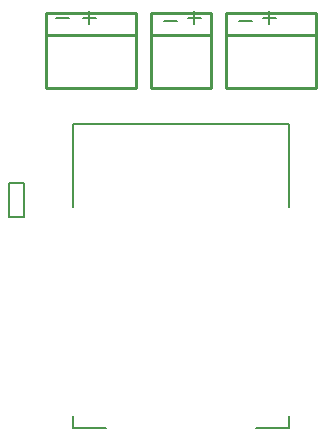
<source format=gto>
G75*
%MOIN*%
%OFA0B0*%
%FSLAX25Y25*%
%IPPOS*%
%LPD*%
%AMOC8*
5,1,8,0,0,1.08239X$1,22.5*
%
%ADD10C,0.00600*%
%ADD11C,0.01000*%
%ADD12C,0.00500*%
%ADD13C,0.00800*%
D10*
X0040733Y0144956D02*
X0040733Y0149222D01*
X0038600Y0147089D02*
X0042867Y0147089D01*
X0033867Y0147089D02*
X0029600Y0147089D01*
X0065600Y0146089D02*
X0069867Y0146089D01*
X0073600Y0147089D02*
X0077867Y0147089D01*
X0075733Y0144956D02*
X0075733Y0149222D01*
X0090600Y0146089D02*
X0094867Y0146089D01*
X0098600Y0147089D02*
X0102867Y0147089D01*
X0100733Y0144956D02*
X0100733Y0149222D01*
D11*
X0086300Y0148800D02*
X0086300Y0141300D01*
X0116300Y0141300D01*
X0116300Y0123800D01*
X0086300Y0123800D01*
X0086300Y0141300D01*
X0081300Y0141300D02*
X0061300Y0141300D01*
X0061300Y0148800D01*
X0081300Y0148800D01*
X0081300Y0141300D01*
X0081300Y0123800D01*
X0061300Y0123800D01*
X0061300Y0141300D01*
X0056300Y0141300D02*
X0026300Y0141300D01*
X0026300Y0148800D01*
X0056300Y0148800D01*
X0056300Y0141300D01*
X0056300Y0123800D01*
X0026300Y0123800D01*
X0026300Y0141300D01*
X0086300Y0148800D02*
X0116300Y0148800D01*
X0116300Y0141300D01*
D12*
X0018859Y0092009D02*
X0018859Y0080591D01*
X0013741Y0080591D01*
X0013741Y0092009D01*
X0018859Y0092009D01*
D13*
X0035367Y0014292D02*
X0035367Y0010249D01*
X0046300Y0010249D01*
X0096300Y0010249D02*
X0107233Y0010249D01*
X0107233Y0014292D01*
X0107233Y0084020D02*
X0107233Y0111643D01*
X0035367Y0111643D01*
X0035367Y0084020D01*
M02*

</source>
